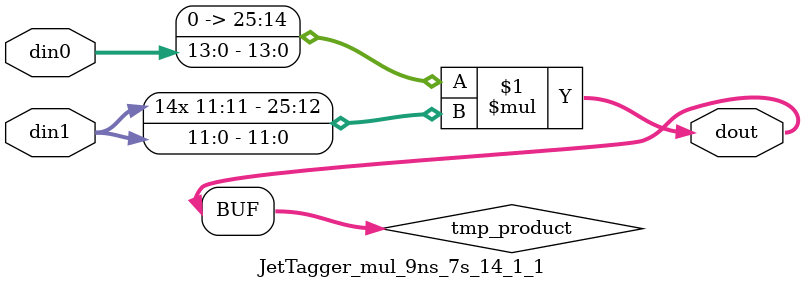
<source format=v>

`timescale 1 ns / 1 ps

  module JetTagger_mul_9ns_7s_14_1_1(din0, din1, dout);
parameter ID = 1;
parameter NUM_STAGE = 0;
parameter din0_WIDTH = 14;
parameter din1_WIDTH = 12;
parameter dout_WIDTH = 26;

input [din0_WIDTH - 1 : 0] din0; 
input [din1_WIDTH - 1 : 0] din1; 
output [dout_WIDTH - 1 : 0] dout;

wire signed [dout_WIDTH - 1 : 0] tmp_product;











assign tmp_product = $signed({1'b0, din0}) * $signed(din1);










assign dout = tmp_product;







endmodule

</source>
